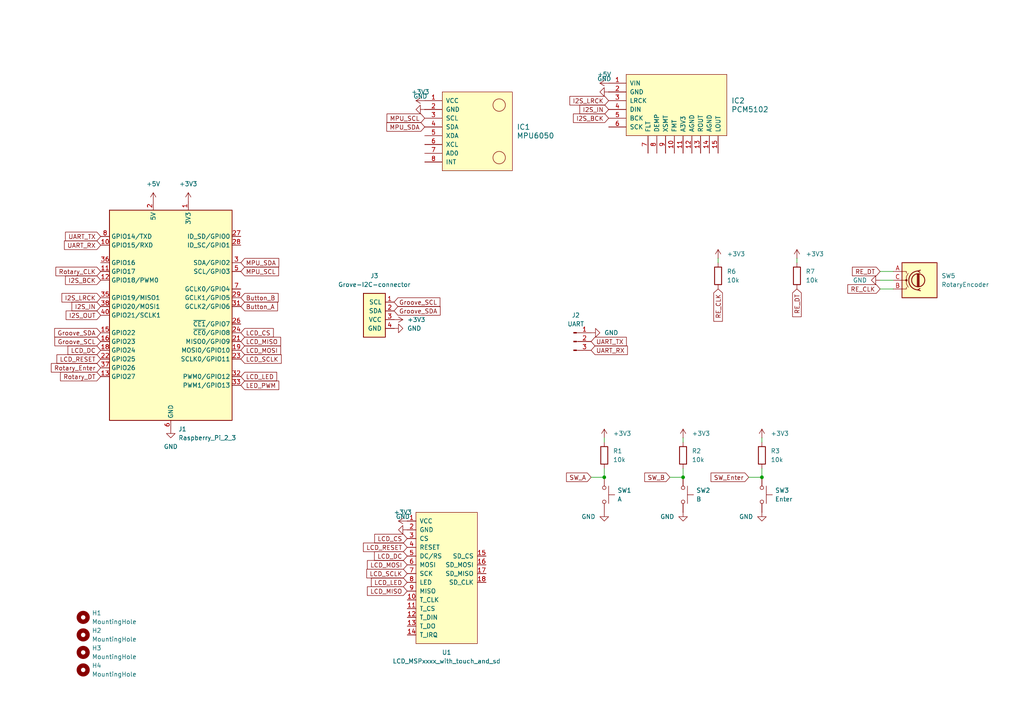
<source format=kicad_sch>
(kicad_sch (version 20231120) (generator "eeschema") (generator_version "8.0")
  (paper "A4")
  (lib_symbols
    (symbol "Connector:Conn_01x03_Pin" (pin_names (offset 1.016) hide)
      (property "Reference" "J" (at 0 5.08 0))
      (property "Value" "Conn_01x03_Pin" (at 0 -5.08 0))
      (symbol "Conn_01x03_Pin_1_1"
        (polyline (pts (xy 1.27 -2.54) (xy 0.8636 -2.54)) (stroke (width 0.1524)))
        (polyline (pts (xy 1.27 0) (xy 0.8636 0)) (stroke (width 0.1524)))
        (polyline (pts (xy 1.27 2.54) (xy 0.8636 2.54)) (stroke (width 0.1524)))
        (rectangle (start 0.8636 -2.413) (end 0 -2.667) (stroke (width 0.1524)) (fill (type outline)))
        (rectangle (start 0.8636 0.127) (end 0 -0.127) (stroke (width 0.1524)) (fill (type outline)))
        (rectangle (start 0.8636 2.667) (end 0 2.413) (stroke (width 0.1524)) (fill (type outline)))
        (pin passive line (at 5.08 2.54 180) (length 3.81) (name "Pin_1") (number "1"))
        (pin passive line (at 5.08 0 180) (length 3.81) (name "Pin_2") (number "2"))
        (pin passive line (at 5.08 -2.54 180) (length 3.81) (name "Pin_3") (number "3"))
      )
    )
    (symbol "Connector:Raspberry_Pi_2_3"
      (property "Reference" "J1" (at 2.1941 -33.02 0))
      (property "Value" "Raspberry_Pi_2_3" (at 2.1941 -35.56 0))
      (symbol "Raspberry_Pi_2_3_0_1"
        (rectangle (start -17.78 30.48) (end 17.78 -30.48) (stroke (width 0.254)) (fill (type background)))
      )
      (symbol "Raspberry_Pi_2_3_1_1"
        (pin power_in line (at 5.08 33.02 270) (length 2.54) (name "3V3") (number "1"))
        (pin bidirectional line (at -20.32 20.32 0) (length 2.54) (name "GPIO15/RXD") (number "10"))
        (pin bidirectional line (at -20.32 12.7 0) (length 2.54) (name "GPIO17") (number "11"))
        (pin bidirectional line (at -20.32 10.16 0) (length 2.54) (name "GPIO18/PWM0") (number "12"))
        (pin bidirectional line (at -20.32 -17.78 0) (length 2.54) (name "GPIO27") (number "13"))
        (pin passive line (at 0 -33.02 90) (length 2.54) hide (name "GND") (number "14"))
        (pin bidirectional line (at -20.32 -5.08 0) (length 2.54) (name "GPIO22") (number "15"))
        (pin bidirectional line (at -20.32 -7.62 0) (length 2.54) (name "GPIO23") (number "16"))
        (pin passive line (at 5.08 33.02 270) (length 2.54) hide (name "3V3") (number "17"))
        (pin bidirectional line (at -20.32 -10.16 0) (length 2.54) (name "GPIO24") (number "18"))
        (pin bidirectional line (at 20.32 -10.16 180) (length 2.54) (name "MOSI0/GPIO10") (number "19"))
        (pin power_in line (at -5.08 33.02 270) (length 2.54) (name "5V") (number "2"))
        (pin passive line (at 0 -33.02 90) (length 2.54) hide (name "GND") (number "20"))
        (pin bidirectional line (at 20.32 -7.62 180) (length 2.54) (name "MISO0/GPIO9") (number "21"))
        (pin bidirectional line (at -20.32 -12.7 0) (length 2.54) (name "GPIO25") (number "22"))
        (pin bidirectional line (at 20.32 -12.7 180) (length 2.54) (name "SCLK0/GPIO11") (number "23"))
        (pin bidirectional line (at 20.32 -5.08 180) (length 2.54) (name "~{CE0}/GPIO8") (number "24"))
        (pin passive line (at 0 -33.02 90) (length 2.54) hide (name "GND") (number "25"))
        (pin bidirectional line (at 20.32 -2.54 180) (length 2.54) (name "~{CE1}/GPIO7") (number "26"))
        (pin bidirectional line (at 20.32 22.86 180) (length 2.54) (name "ID_SD/GPIO0") (number "27"))
        (pin bidirectional line (at 20.32 20.32 180) (length 2.54) (name "ID_SC/GPIO1") (number "28"))
        (pin bidirectional line (at 20.32 5.08 180) (length 2.54) (name "GCLK1/GPIO5") (number "29"))
        (pin bidirectional line (at 20.32 15.24 180) (length 2.54) (name "SDA/GPIO2") (number "3"))
        (pin passive line (at 0 -33.02 90) (length 2.54) hide (name "GND") (number "30"))
        (pin bidirectional line (at 20.32 2.54 180) (length 2.54) (name "GCLK2/GPIO6") (number "31"))
        (pin bidirectional line (at 20.32 -17.78 180) (length 2.54) (name "PWM0/GPIO12") (number "32"))
        (pin bidirectional line (at 20.32 -20.32 180) (length 2.54) (name "PWM1/GPIO13") (number "33"))
        (pin passive line (at 0 -33.02 90) (length 2.54) hide (name "GND") (number "34"))
        (pin bidirectional line (at -20.32 5.08 0) (length 2.54) (name "GPIO19/MISO1") (number "35"))
        (pin bidirectional line (at -20.32 15.24 0) (length 2.54) (name "GPIO16") (number "36"))
        (pin bidirectional line (at -20.32 -15.24 0) (length 2.54) (name "GPIO26") (number "37"))
        (pin bidirectional line (at -20.32 2.54 0) (length 2.54) (name "GPIO20/MOSI1") (number "38"))
        (pin passive line (at 0 -33.02 90) (length 2.54) hide (name "GND") (number "39"))
        (pin passive line (at -5.08 33.02 270) (length 2.54) hide (name "5V") (number "4"))
        (pin bidirectional line (at -20.32 0 0) (length 2.54) (name "GPIO21/SCLK1") (number "40"))
        (pin bidirectional line (at 20.32 12.7 180) (length 2.54) (name "SCL/GPIO3") (number "5"))
        (pin power_in line (at 0 -33.02 90) (length 2.54) (name "GND") (number "6"))
        (pin bidirectional line (at 20.32 7.62 180) (length 2.54) (name "GCLK0/GPIO4") (number "7"))
        (pin bidirectional line (at -20.32 22.86 0) (length 2.54) (name "GPIO14/TXD") (number "8"))
        (pin passive line (at 0 -33.02 90) (length 2.54) hide (name "GND") (number "9"))
      )
    )
    (symbol "Device:R" (pin_numbers hide) (pin_names (offset 0))
      (property "Reference" "R" (at 2.032 0 90))
      (property "Value" "R" (at 0 0 90))
      (symbol "R_0_1"
        (rectangle (start -1.016 -2.54) (end 1.016 2.54) (stroke (width 0.254)))
      )
      (symbol "R_1_1"
        (pin passive line (at 0 3.81 270) (length 1.27) (name "~") (number "1"))
        (pin passive line (at 0 -3.81 90) (length 1.27) (name "~") (number "2"))
      )
    )
    (symbol "Device:RotaryEncoder" (pin_names (offset 0.254) hide)
      (property "Reference" "SW" (at 0 6.604 0))
      (property "Value" "RotaryEncoder" (at 0 -6.604 0))
      (symbol "RotaryEncoder_0_1"
        (rectangle (start -5.08 5.08) (end 5.08 -5.08) (stroke (width 0.254)) (fill (type background)))
        (circle (center -3.81 0) (radius 0.254) (fill (type outline)))
        (circle (center -0.381 0) (radius 1.905) (stroke (width 0.254)))
        (arc (start -0.381 2.667) (mid -3.0988 -0.0635) (end -0.381 -2.794) (stroke (width 0.254)))
        (polyline (pts (xy -0.635 -1.778) (xy -0.635 1.778)) (stroke (width 0.254)))
        (polyline (pts (xy -0.381 -1.778) (xy -0.381 1.778)) (stroke (width 0.254)))
        (polyline (pts (xy -0.127 1.778) (xy -0.127 -1.778)) (stroke (width 0.254)))
        (polyline (pts (xy -5.08 -2.54) (xy -3.81 -2.54) (xy -3.81 -2.032)))
        (polyline (pts (xy -5.08 2.54) (xy -3.81 2.54) (xy -3.81 2.032)))
        (polyline (pts (xy 0.254 -3.048) (xy -0.508 -2.794) (xy 0.127 -2.413)) (stroke (width 0.254)))
        (polyline (pts (xy 0.254 2.921) (xy -0.508 2.667) (xy 0.127 2.286)) (stroke (width 0.254)))
        (polyline (pts (xy -5.08 0) (xy -3.81 0) (xy -3.81 -1.016) (xy -3.302 -2.032)))
        (polyline (pts (xy -4.318 0) (xy -3.81 0) (xy -3.81 1.016) (xy -3.302 2.032)))
      )
      (symbol "RotaryEncoder_1_1"
        (pin passive line (at -7.62 2.54 0) (length 2.54) (name "A") (number "A"))
        (pin passive line (at -7.62 -2.54 0) (length 2.54) (name "B") (number "B"))
        (pin passive line (at -7.62 0 0) (length 2.54) (name "C") (number "C"))
      )
    )
    (symbol "Mechanical:MountingHole" (pin_names (offset 1.016)) (exclude_from_sim yes) (in_bom no)
      (property "Reference" "H" (at 0 5.08 0))
      (property "Value" "MountingHole" (at 0 3.175 0))
      (symbol "MountingHole_0_1"
        (circle (center 0 0) (radius 1.27) (stroke (width 1.27)))
      )
    )
    (symbol "Switch:SW_Push" (pin_numbers hide) (pin_names (offset 1.016) hide)
      (property "Reference" "SW" (at 1.27 2.54 0))
      (property "Value" "SW_Push" (at 0 -1.524 0))
      (symbol "SW_Push_0_1"
        (circle (center -2.032 0) (radius 0.508))
        (polyline (pts (xy 0 1.27) (xy 0 3.048)))
        (polyline (pts (xy 2.54 1.27) (xy -2.54 1.27)))
        (circle (center 2.032 0) (radius 0.508))
        (pin passive line (at -5.08 0 0) (length 2.54) (name "1") (number "1"))
        (pin passive line (at 5.08 0 180) (length 2.54) (name "2") (number "2"))
      )
    )
    (symbol "_Hugelton:MPU6050" (pin_names (offset 1.016))
      (property "Reference" "IC" (at 5.08 -3.81 0))
      (property "Value" "MPU6050" (at -1.27 -3.81 90))
      (symbol "MPU6050_0_1"
        (rectangle (start -11.43 -15.24) (end 8.89 7.62) (fill (type background)))
        (circle (center 5.08 -11.43) (radius 1.8034))
        (circle (center 5.08 3.81) (radius 1.8034) (fill (type background)))
      )
      (symbol "MPU6050_1_1"
        (pin power_in line (at -16.51 5.08 0) (length 5.08) (name "VCC") (number "1"))
        (pin power_in line (at -16.51 2.54 0) (length 5.08) (name "GND") (number "2"))
        (pin input line (at -16.51 0 0) (length 5.08) (name "SCL") (number "3"))
        (pin bidirectional line (at -16.51 -2.54 0) (length 5.08) (name "SDA") (number "4"))
        (pin input line (at -16.51 -5.08 0) (length 5.08) (name "XDA") (number "5"))
        (pin input line (at -16.51 -7.62 0) (length 5.08) (name "XCL") (number "6"))
        (pin input line (at -16.51 -10.16 0) (length 5.08) (name "AD0") (number "7"))
        (pin output line (at -16.51 -12.7 0) (length 5.08) (name "INT") (number "8"))
      )
    )
    (symbol "_Hugelton:PCM5102" (pin_names (offset 1.016))
      (property "Reference" "IC" (at 26.67 26.67 0))
      (property "Value" "PCM5102" (at 26.67 31.75 0))
      (symbol "PCM5102_0_1"
        (rectangle (start 6.35 34.29) (end 35.56 16.51) (fill (type background)))
      )
      (symbol "PCM5102_1_1"
        (pin power_in line (at 1.27 31.75 0) (length 5.08) (name "VIN") (number "1"))
        (pin unspecified line (at 20.32 11.43 90) (length 5.08) (name "FMT") (number "10"))
        (pin power_out line (at 22.86 11.43 90) (length 5.08) (name "A3V3") (number "11"))
        (pin power_out line (at 25.4 11.43 90) (length 5.08) (name "AGND") (number "12"))
        (pin output line (at 27.94 11.43 90) (length 5.08) (name "ROUT") (number "13"))
        (pin power_out line (at 30.48 11.43 90) (length 5.08) (name "AGND") (number "14"))
        (pin output line (at 33.02 11.43 90) (length 5.08) (name "LOUT") (number "15"))
        (pin power_in line (at 1.27 29.21 0) (length 5.08) (name "GND") (number "2"))
        (pin input line (at 1.27 26.67 0) (length 5.08) (name "LRCK") (number "3"))
        (pin input line (at 1.27 24.13 0) (length 5.08) (name "DIN") (number "4"))
        (pin input line (at 1.27 21.59 0) (length 5.08) (name "BCK") (number "5"))
        (pin input line (at 1.27 19.05 0) (length 5.08) (name "SCK") (number "6"))
        (pin unspecified line (at 12.7 11.43 90) (length 5.08) (name "FLT") (number "7"))
        (pin unspecified line (at 15.24 11.43 90) (length 5.08) (name "DEMP") (number "8"))
        (pin unspecified line (at 17.78 11.43 90) (length 5.08) (name "XSMT") (number "9"))
      )
    )
    (symbol "asukiaaa-kicad-symbols:Grove-I2C-connector" (pin_names (offset 1.016))
      (property "Reference" "J" (at 1.27 -7.62 0))
      (property "Value" "Grove-I2C-connector" (at 1.27 7.62 0))
      (symbol "Grove-I2C-connector_0_1"
        (rectangle (start -2.54 6.35) (end 3.81 -6.35) (stroke (width 0.254)) (fill (type background)))
      )
      (symbol "Grove-I2C-connector_1_1"
        (pin input line (at 6.35 3.81 180) (length 2.54) (name "SCL") (number "1"))
        (pin input line (at 6.35 1.27 180) (length 2.54) (name "SDA") (number "2"))
        (pin power_in line (at 6.35 -1.27 180) (length 2.54) (name "VCC") (number "3"))
        (pin power_in line (at 6.35 -3.81 180) (length 2.54) (name "GND") (number "4"))
      )
    )
    (symbol "asukiaaa-kicad-symbols:LCD_MSPxxxx_with_touch_and_sd" (pin_names (offset 1.016))
      (property "Reference" "U" (at 13.97 3.81 0))
      (property "Value" "LCD_MSPxxxx_with_touch_and_sd" (at 12.7 6.35 0))
      (symbol "LCD_MSPxxxx_with_touch_and_sd_0_1"
        (rectangle (start 2.54 2.54) (end 20.32 -35.56) (fill (type background)))
      )
      (symbol "LCD_MSPxxxx_with_touch_and_sd_1_1"
        (pin input line (at 0 0 0) (length 2.54) (name "VCC") (number "1"))
        (pin input line (at 0 -22.86 0) (length 2.54) (name "T_CLK") (number "10"))
        (pin input line (at 0 -25.4 0) (length 2.54) (name "T_CS") (number "11"))
        (pin input line (at 0 -27.94 0) (length 2.54) (name "T_DIN") (number "12"))
        (pin output line (at 0 -30.48 0) (length 2.54) (name "T_DO") (number "13"))
        (pin output line (at 0 -33.02 0) (length 2.54) (name "T_IRQ") (number "14"))
        (pin input line (at 22.86 -10.16 180) (length 2.54) (name "SD_CS") (number "15"))
        (pin input line (at 22.86 -12.7 180) (length 2.54) (name "SD_MOSI") (number "16"))
        (pin input line (at 22.86 -15.24 180) (length 2.54) (name "SD_MISO") (number "17"))
        (pin input line (at 22.86 -17.78 180) (length 2.54) (name "SD_CLK") (number "18"))
        (pin input line (at 0 -2.54 0) (length 2.54) (name "GND") (number "2"))
        (pin input line (at 0 -5.08 0) (length 2.54) (name "CS") (number "3"))
        (pin input line (at 0 -7.62 0) (length 2.54) (name "RESET") (number "4"))
        (pin input line (at 0 -10.16 0) (length 2.54) (name "DC/RS") (number "5"))
        (pin input line (at 0 -12.7 0) (length 2.54) (name "MOSI") (number "6"))
        (pin input line (at 0 -15.24 0) (length 2.54) (name "SCK") (number "7"))
        (pin input line (at 0 -17.78 0) (length 2.54) (name "LED") (number "8"))
        (pin output line (at 0 -20.32 0) (length 2.54) (name "MISO") (number "9"))
      )
    )
    (symbol "power:+3V3" (power) (pin_numbers hide) (pin_names (offset 0) hide)
      (property "Value" "+3V3" (at 0 3.556 0))
      (symbol "+3V3_0_1"
        (polyline (pts (xy -0.762 1.27) (xy 0 2.54)))
        (polyline (pts (xy 0 0) (xy 0 2.54)))
        (polyline (pts (xy 0 2.54) (xy 0.762 1.27)))
      )
      (symbol "+3V3_1_1"
        (pin power_in line (at 0 0 90) (length 0) (name "~") (number "1"))
      )
    )
    (symbol "power:+5V" (power) (pin_numbers hide) (pin_names (offset 0) hide)
      (property "Value" "+5V" (at 0 3.556 0))
      (symbol "+5V_0_1"
        (polyline (pts (xy -0.762 1.27) (xy 0 2.54)))
        (polyline (pts (xy 0 0) (xy 0 2.54)))
        (polyline (pts (xy 0 2.54) (xy 0.762 1.27)))
      )
      (symbol "+5V_1_1"
        (pin power_in line (at 0 0 90) (length 0) (name "~") (number "1"))
      )
    )
    (symbol "power:GND" (power) (pin_numbers hide) (pin_names (offset 0) hide)
      (property "Value" "GND" (at 0 -3.81 0))
      (symbol "GND_0_1"
        (polyline (pts (xy 0 0) (xy 0 -1.27) (xy 1.27 -1.27) (xy 0 -2.54) (xy -1.27 -1.27) (xy 0 -1.27)))
      )
      (symbol "GND_1_1"
        (pin power_in line (at 0 0 270) (length 0) (name "~") (number "1"))
      )
    )
  )
  (junction (at 175.26 138.43))
  (junction (at 220.98 138.43))
  (junction (at 198.12 138.43))
  (wire (pts (xy 194.31 138.43) (xy 198.12 138.43)))
  (wire (pts (xy 198.12 138.43) (xy 198.12 135.89)))
  (wire (pts (xy 175.26 127) (xy 175.26 128.27)))
  (wire (pts (xy 175.26 138.43) (xy 175.26 135.89)))
  (wire (pts (xy 255.27 78.74) (xy 259.08 78.74)))
  (wire (pts (xy 198.12 127) (xy 198.12 128.27)))
  (wire (pts (xy 171.45 138.43) (xy 175.26 138.43)))
  (wire (pts (xy 220.98 138.43) (xy 220.98 135.89)))
  (wire (pts (xy 255.27 83.82) (xy 259.08 83.82)))
  (wire (pts (xy 255.27 81.28) (xy 259.08 81.28)))
  (wire (pts (xy 220.98 127) (xy 220.98 128.27)))
  (wire (pts (xy 217.17 138.43) (xy 220.98 138.43)))
  (wire (pts (xy 208.28 74.93) (xy 208.28 76.2)))
  (wire (pts (xy 231.14 74.93) (xy 231.14 76.2)))
  (global_label "RE_CLK" (shape input) (at 208.28 83.82 270) (property "Intersheetrefs" "${INTERSHEET_REFS}" (effects (hide yes))))
  (global_label "LCD_SCLK" (shape input) (at 69.85 104.14 0) (property "Intersheetrefs" "${INTERSHEET_REFS}" (effects (hide yes))))
  (global_label "I2S_IN" (shape input) (at 176.53 31.75 180) (property "Intersheetrefs" "${INTERSHEET_REFS}" (effects (hide yes))))
  (global_label "Rotary_CLK" (shape input) (at 29.21 78.74 180) (property "Intersheetrefs" "${INTERSHEET_REFS}" (effects (hide yes))))
  (global_label "LCD_RESET" (shape input) (at 29.21 104.14 180) (property "Intersheetrefs" "${INTERSHEET_REFS}" (effects (hide yes))))
  (global_label "Rotary_DT" (shape input) (at 29.21 109.22 180) (property "Intersheetrefs" "${INTERSHEET_REFS}" (effects (hide yes))))
  (global_label "I2S_BCK" (shape input) (at 176.53 34.29 180) (property "Intersheetrefs" "${INTERSHEET_REFS}" (effects (hide yes))))
  (global_label "LCD_LED" (shape input) (at 118.11 168.91 180) (property "Intersheetrefs" "${INTERSHEET_REFS}" (effects (hide yes))))
  (global_label "RE_DT" (shape input) (at 231.14 83.82 270) (property "Intersheetrefs" "${INTERSHEET_REFS}" (effects (hide yes))))
  (global_label "LCD_CS" (shape input) (at 118.11 156.21 180) (property "Intersheetrefs" "${INTERSHEET_REFS}" (effects (hide yes))))
  (global_label "Groove_SCL" (shape input) (at 29.21 99.06 180) (property "Intersheetrefs" "${INTERSHEET_REFS}" (effects (hide yes))))
  (global_label "LCD_MOSI" (shape input) (at 69.85 101.6 0) (property "Intersheetrefs" "${INTERSHEET_REFS}" (effects (hide yes))))
  (global_label "SW_Enter" (shape input) (at 217.17 138.43 180) (property "Intersheetrefs" "${INTERSHEET_REFS}" (effects (hide yes))))
  (global_label "LCD_MISO" (shape input) (at 69.85 99.06 0) (property "Intersheetrefs" "${INTERSHEET_REFS}" (effects (hide yes))))
  (global_label "MPU_SDA" (shape input) (at 123.19 36.83 180) (property "Intersheetrefs" "${INTERSHEET_REFS}" (effects (hide yes))))
  (global_label "LED_PWM" (shape input) (at 69.85 111.76 0) (property "Intersheetrefs" "${INTERSHEET_REFS}" (effects (hide yes))))
  (global_label "LCD_DC" (shape input) (at 118.11 161.29 180) (property "Intersheetrefs" "${INTERSHEET_REFS}" (effects (hide yes))))
  (global_label "UART_RX" (shape input) (at 29.21 71.12 180) (property "Intersheetrefs" "${INTERSHEET_REFS}" (effects (hide yes))))
  (global_label "I2S_IN" (shape input) (at 29.21 88.9 180) (property "Intersheetrefs" "${INTERSHEET_REFS}" (effects (hide yes))))
  (global_label "Button_B" (shape input) (at 69.85 86.36 0) (property "Intersheetrefs" "${INTERSHEET_REFS}" (effects (hide yes))))
  (global_label "I2S_BCK" (shape input) (at 29.21 81.28 180) (property "Intersheetrefs" "${INTERSHEET_REFS}" (effects (hide yes))))
  (global_label "RE_DT" (shape input) (at 255.27 78.74 180) (property "Intersheetrefs" "${INTERSHEET_REFS}" (effects (hide yes))))
  (global_label "Groove_SCL" (shape input) (at 114.3 87.63 0) (property "Intersheetrefs" "${INTERSHEET_REFS}" (effects (hide yes))))
  (global_label "Groove_SDA" (shape input) (at 29.21 96.52 180) (property "Intersheetrefs" "${INTERSHEET_REFS}" (effects (hide yes))))
  (global_label "I2S_LRCK" (shape input) (at 176.53 29.21 180) (property "Intersheetrefs" "${INTERSHEET_REFS}" (effects (hide yes))))
  (global_label "LCD_RESET" (shape input) (at 118.11 158.75 180) (property "Intersheetrefs" "${INTERSHEET_REFS}" (effects (hide yes))))
  (global_label "LCD_MOSI" (shape input) (at 118.11 163.83 180) (property "Intersheetrefs" "${INTERSHEET_REFS}" (effects (hide yes))))
  (global_label "UART_RX" (shape input) (at 171.45 101.6 0) (property "Intersheetrefs" "${INTERSHEET_REFS}" (effects (hide yes))))
  (global_label "MPU_SDA" (shape input) (at 69.85 76.2 0) (property "Intersheetrefs" "${INTERSHEET_REFS}" (effects (hide yes))))
  (global_label "I2S_OUT" (shape input) (at 29.21 91.44 180) (property "Intersheetrefs" "${INTERSHEET_REFS}" (effects (hide yes))))
  (global_label "LCD_LED" (shape input) (at 69.85 109.22 0) (property "Intersheetrefs" "${INTERSHEET_REFS}" (effects (hide yes))))
  (global_label "I2S_LRCK" (shape input) (at 29.21 86.36 180) (property "Intersheetrefs" "${INTERSHEET_REFS}" (effects (hide yes))))
  (global_label "Button_A" (shape input) (at 69.85 88.9 0) (property "Intersheetrefs" "${INTERSHEET_REFS}" (effects (hide yes))))
  (global_label "LCD_CS" (shape input) (at 69.85 96.52 0) (property "Intersheetrefs" "${INTERSHEET_REFS}" (effects (hide yes))))
  (global_label "LCD_MISO" (shape input) (at 118.11 171.45 180) (property "Intersheetrefs" "${INTERSHEET_REFS}" (effects (hide yes))))
  (global_label "UART_TX" (shape input) (at 29.21 68.58 180) (property "Intersheetrefs" "${INTERSHEET_REFS}" (effects (hide yes))))
  (global_label "MPU_SCL" (shape input) (at 123.19 34.29 180) (property "Intersheetrefs" "${INTERSHEET_REFS}" (effects (hide yes))))
  (global_label "LCD_DC" (shape input) (at 29.21 101.6 180) (property "Intersheetrefs" "${INTERSHEET_REFS}" (effects (hide yes))))
  (global_label "Groove_SDA" (shape input) (at 114.3 90.17 0) (property "Intersheetrefs" "${INTERSHEET_REFS}" (effects (hide yes))))
  (global_label "LCD_SCLK" (shape input) (at 118.11 166.37 180) (property "Intersheetrefs" "${INTERSHEET_REFS}" (effects (hide yes))))
  (global_label "Rotary_Enter" (shape input) (at 29.21 106.68 180) (property "Intersheetrefs" "${INTERSHEET_REFS}" (effects (hide yes))))
  (global_label "RE_CLK" (shape input) (at 255.27 83.82 180) (property "Intersheetrefs" "${INTERSHEET_REFS}" (effects (hide yes))))
  (global_label "MPU_SCL" (shape input) (at 69.85 78.74 0) (property "Intersheetrefs" "${INTERSHEET_REFS}" (effects (hide yes))))
  (global_label "UART_TX" (shape input) (at 171.45 99.06 0) (property "Intersheetrefs" "${INTERSHEET_REFS}" (effects (hide yes))))
  (global_label "SW_B" (shape input) (at 194.31 138.43 180) (property "Intersheetrefs" "${INTERSHEET_REFS}" (effects (hide yes))))
  (global_label "SW_A" (shape input) (at 171.45 138.43 180) (property "Intersheetrefs" "${INTERSHEET_REFS}" (effects (hide yes))))
  (symbol (lib_id "Device:R") (at 220.98 132.08 0) (unit 1)
    (property "Reference" "R3" (at 223.52 130.8099 0) (effects (justify left)))
    (property "Value" "10k" (at 223.52 133.3499 0) (effects (justify left)))
    (property "Footprint" "Resistor_THT:R_Axial_DIN0207_L6.3mm_D2.5mm_P10.16mm_Horizontal" (effects (hide yes)))
    (property "Description" "Resistor" (effects (hide yes)))
  )
  (symbol (lib_id "power:+5V") (at 44.45 58.42 0) (unit 1)
    (property "Reference" "#PWR01" (effects (hide yes)))
    (property "Value" "+5V" (at 44.45 53.34 0))
    (property "Description" "Power symbol creates a global label with name \"+5V\"" (effects (hide yes)))
  )
  (symbol (lib_id "power:GND") (at 171.45 96.52 90) (mirror x) (unit 1)
    (property "Reference" "#PWR021" (effects (hide yes)))
    (property "Value" "GND" (at 175.26 96.5201 90) (effects (justify right)))
    (property "Description" "Power symbol creates a global label with name \"GND\" , ground" (effects (hide yes)))
  )
  (symbol (lib_id "power:+5V") (at 176.53 24.13 90) (unit 1)
    (property "Reference" "#PWR017" (effects (hide yes)))
    (property "Value" "+5V" (at 175.26 21.59 90))
    (property "Description" "Power symbol creates a global label with name \"+5V\"" (effects (hide yes)))
  )
  (symbol (lib_id "Device:RotaryEncoder") (at 266.7 81.28 0) (unit 1)
    (property "Reference" "SW5" (at 273.05 80.0099 0) (effects (justify left)))
    (property "Value" "RotaryEncoder" (at 273.05 82.5499 0) (effects (justify left)))
    (property "Footprint" "Rotary_Encoder:RotaryEncoder_Alps_EC12E_Vertical_H20mm" (effects (hide yes)))
    (property "Description" "Rotary encoder, dual channel, incremental quadrate outputs" (effects (hide yes)))
  )
  (symbol (lib_id "power:+3V3") (at 231.14 74.93 0) (unit 1)
    (property "Reference" "#PWR029" (effects (hide yes)))
    (property "Value" "+3V3" (at 233.68 73.6599 0) (effects (justify left)))
    (property "Description" "Power symbol creates a global label with name \"+3V3\"" (effects (hide yes)))
  )
  (symbol (lib_id "power:+3V3") (at 118.11 151.13 90) (unit 1)
    (property "Reference" "#PWR014" (effects (hide yes)))
    (property "Value" "+3V3" (at 116.84 148.59 90))
    (property "Description" "Power symbol creates a global label with name \"+3V3\"" (effects (hide yes)))
  )
  (symbol (lib_id "Mechanical:MountingHole") (at 24.13 189.23 0) (unit 1) (exclude_from_sim yes) (in_bom no)
    (property "Reference" "H3" (at 26.67 187.9599 0) (effects (justify left)))
    (property "Value" "MountingHole" (at 26.67 190.4999 0) (effects (justify left)))
    (property "Footprint" "Mounting_Wuerth:Mounting_Wuerth_WA-SMSI-M2_H1mm_9774010243" (effects (hide yes)))
    (property "Description" "Mounting Hole without connection" (effects (hide yes)))
  )
  (symbol (lib_id "Mechanical:MountingHole") (at 24.13 179.07 0) (unit 1) (exclude_from_sim yes) (in_bom no)
    (property "Reference" "H1" (at 26.67 177.7999 0) (effects (justify left)))
    (property "Value" "MountingHole" (at 26.67 180.3399 0) (effects (justify left)))
    (property "Footprint" "Mounting_Wuerth:Mounting_Wuerth_WA-SMSI-M2_H1mm_9774010243" (effects (hide yes)))
    (property "Description" "Mounting Hole without connection" (effects (hide yes)))
  )
  (symbol (lib_id "Device:R") (at 175.26 132.08 0) (unit 1)
    (property "Reference" "R1" (at 177.8 130.8099 0) (effects (justify left)))
    (property "Value" "10k" (at 177.8 133.3499 0) (effects (justify left)))
    (property "Footprint" "Resistor_THT:R_Axial_DIN0207_L6.3mm_D2.5mm_P10.16mm_Horizontal" (effects (hide yes)))
    (property "Description" "Resistor" (effects (hide yes)))
  )
  (symbol (lib_id "Connector:Raspberry_Pi_2_3") (at 49.53 91.44 0) (unit 1)
    (property "Reference" "J1" (at 51.7241 124.46 0) (effects (justify left)))
    (property "Value" "Raspberry_Pi_2_3" (at 51.7241 127 0) (effects (justify left)))
    (property "Footprint" "Module:Raspberry_Pi_Header" (effects (hide yes)))
    (property "Datasheet" "https://www.raspberrypi.org/documentation/hardware/raspberrypi/schematics/rpi_SCH_3bplus_1p0_reduced.pdf" (effects (hide yes)))
    (property "Description" "expansion header for Raspberry Pi 2 & 3" (effects (hide yes)))
  )
  (symbol (lib_id "power:GND") (at 123.19 31.75 270) (unit 1)
    (property "Reference" "#PWR016" (effects (hide yes)))
    (property "Value" "GND" (at 121.92 27.94 90))
    (property "Description" "Power symbol creates a global label with name \"GND\" , ground" (effects (hide yes)))
  )
  (symbol (lib_id "Device:R") (at 231.14 80.01 0) (unit 1)
    (property "Reference" "R7" (at 233.68 78.7399 0) (effects (justify left)))
    (property "Value" "10k" (at 233.68 81.2799 0) (effects (justify left)))
    (property "Footprint" "Resistor_THT:R_Axial_DIN0207_L6.3mm_D2.5mm_P10.16mm_Horizontal" (effects (hide yes)))
    (property "Description" "Resistor" (effects (hide yes)))
  )
  (symbol (lib_id "power:+3V3") (at 123.19 29.21 90) (unit 1)
    (property "Reference" "#PWR015" (effects (hide yes)))
    (property "Value" "+3V3" (at 121.92 26.67 90))
    (property "Description" "Power symbol creates a global label with name \"+3V3\"" (effects (hide yes)))
  )
  (symbol (lib_id "Connector:Conn_01x03_Pin") (at 166.37 99.06 0) (unit 1)
    (property "Reference" "J2" (at 167.005 91.44 0))
    (property "Value" "UART" (at 167.005 93.98 0))
    (property "Footprint" "Connector_PinSocket_2.54mm:PinSocket_1x03_P2.54mm_Horizontal" (effects (hide yes)))
    (property "Description" "Generic connector, single row, 01x03, script generated" (effects (hide yes)))
  )
  (symbol (lib_id "power:GND") (at 220.98 148.59 0) (unit 1)
    (property "Reference" "#PWR013" (effects (hide yes)))
    (property "Value" "GND" (at 218.44 149.8599 0) (effects (justify right)))
    (property "Description" "Power symbol creates a global label with name \"GND\" , ground" (effects (hide yes)))
  )
  (symbol (lib_id "asukiaaa-kicad-symbols:Grove-I2C-connector") (at 107.95 91.44 0) (unit 1)
    (property "Reference" "J3" (at 108.585 80.01 0))
    (property "Value" "Grove-I2C-connector" (at 108.585 82.55 0))
    (property "Footprint" "Connector:NS-Tech_Grove_1x04_P2mm_Vertical" (effects (hide yes)))
  )
  (symbol (lib_id "power:+3V3") (at 114.3 92.71 270) (unit 1)
    (property "Reference" "#PWR019" (effects (hide yes)))
    (property "Value" "+3V3" (at 118.11 92.7099 90) (effects (justify left)))
    (property "Description" "Power symbol creates a global label with name \"+3V3\"" (effects (hide yes)))
  )
  (symbol (lib_id "Device:R") (at 208.28 80.01 0) (unit 1)
    (property "Reference" "R6" (at 210.82 78.7399 0) (effects (justify left)))
    (property "Value" "10k" (at 210.82 81.2799 0) (effects (justify left)))
    (property "Footprint" "Resistor_THT:R_Axial_DIN0207_L6.3mm_D2.5mm_P10.16mm_Horizontal" (effects (hide yes)))
    (property "Description" "Resistor" (effects (hide yes)))
  )
  (symbol (lib_id "power:GND") (at 176.53 26.67 270) (unit 1)
    (property "Reference" "#PWR018" (effects (hide yes)))
    (property "Value" "GND" (at 175.26 22.86 90))
    (property "Description" "Power symbol creates a global label with name \"GND\" , ground" (effects (hide yes)))
  )
  (symbol (lib_id "Mechanical:MountingHole") (at 24.13 184.15 0) (unit 1) (exclude_from_sim yes) (in_bom no)
    (property "Reference" "H2" (at 26.67 182.8799 0) (effects (justify left)))
    (property "Value" "MountingHole" (at 26.67 185.4199 0) (effects (justify left)))
    (property "Footprint" "Mounting_Wuerth:Mounting_Wuerth_WA-SMSI-M2_H1mm_9774010243" (effects (hide yes)))
    (property "Description" "Mounting Hole without connection" (effects (hide yes)))
  )
  (symbol (lib_id "power:GND") (at 114.3 95.25 90) (unit 1)
    (property "Reference" "#PWR020" (effects (hide yes)))
    (property "Value" "GND" (at 118.11 95.2499 90) (effects (justify right)))
    (property "Description" "Power symbol creates a global label with name \"GND\" , ground" (effects (hide yes)))
  )
  (symbol (lib_id "Switch:SW_Push") (at 220.98 143.51 270) (unit 1)
    (property "Reference" "SW3" (at 224.79 142.2399 90) (effects (justify left)))
    (property "Value" "Enter" (at 224.79 144.7799 90) (effects (justify left)))
    (property "Footprint" "Button_Switch_Keyboard:SW_Redragon_LowProfile_PCB_1.00u" (effects (hide yes)))
    (property "Description" "Push button switch, generic, two pins" (effects (hide yes)))
  )
  (symbol (lib_id "Mechanical:MountingHole") (at 24.13 194.31 0) (unit 1) (exclude_from_sim yes) (in_bom no)
    (property "Reference" "H4" (at 26.67 193.0399 0) (effects (justify left)))
    (property "Value" "MountingHole" (at 26.67 195.5799 0) (effects (justify left)))
    (property "Footprint" "Mounting_Wuerth:Mounting_Wuerth_WA-SMSI-M2_H1mm_9774010243" (effects (hide yes)))
    (property "Description" "Mounting Hole without connection" (effects (hide yes)))
  )
  (symbol (lib_id "power:GND") (at 198.12 148.59 0) (unit 1)
    (property "Reference" "#PWR012" (effects (hide yes)))
    (property "Value" "GND" (at 195.58 149.8599 0) (effects (justify right)))
    (property "Description" "Power symbol creates a global label with name \"GND\" , ground" (effects (hide yes)))
  )
  (symbol (lib_id "_Hugelton:PCM5102") (at 175.26 55.88 0) (unit 1)
    (property "Reference" "IC2" (at 212.09 29.2099 0) (effects (font (size 1.524 1.524)) (justify left)))
    (property "Value" "PCM5102" (at 212.09 31.7499 0) (effects (font (size 1.524 1.524)) (justify left)))
    (property "Footprint" "_Hugelton:PCM5102_flipped" (effects (hide yes)))
  )
  (symbol (lib_id "power:GND") (at 118.11 153.67 270) (unit 1)
    (property "Reference" "#PWR010" (effects (hide yes)))
    (property "Value" "GND" (at 116.84 149.86 90))
    (property "Description" "Power symbol creates a global label with name \"GND\" , ground" (effects (hide yes)))
  )
  (symbol (lib_id "power:GND") (at 255.27 81.28 270) (mirror x) (unit 1)
    (property "Reference" "#PWR07" (effects (hide yes)))
    (property "Value" "GND" (at 251.46 81.2799 90) (effects (justify right)))
    (property "Description" "Power symbol creates a global label with name \"GND\" , ground" (effects (hide yes)))
  )
  (symbol (lib_id "power:+3V3") (at 208.28 74.93 0) (unit 1)
    (property "Reference" "#PWR028" (effects (hide yes)))
    (property "Value" "+3V3" (at 210.82 73.6599 0) (effects (justify left)))
    (property "Description" "Power symbol creates a global label with name \"+3V3\"" (effects (hide yes)))
  )
  (symbol (lib_id "power:+3V3") (at 175.26 127 0) (unit 1)
    (property "Reference" "#PWR04" (effects (hide yes)))
    (property "Value" "+3V3" (at 177.8 125.7299 0) (effects (justify left)))
    (property "Description" "Power symbol creates a global label with name \"+3V3\"" (effects (hide yes)))
  )
  (symbol (lib_id "asukiaaa-kicad-symbols:LCD_MSPxxxx_with_touch_and_sd") (at 118.11 151.13 0) (unit 1)
    (property "Reference" "U1" (at 129.54 189.23 0))
    (property "Value" "LCD_MSPxxxx_with_touch_and_sd" (at 129.54 191.77 0))
    (property "Footprint" "_Hugelton:ili9341_2.4inch" (effects (hide yes)))
    (property "Datasheet" "http://www.lcdwiki.com/3.2inch_SPI_Module_ILI9341_SKU:MSP3218" (effects (hide yes)))
  )
  (symbol (lib_id "power:+3V3") (at 198.12 127 0) (unit 1)
    (property "Reference" "#PWR05" (effects (hide yes)))
    (property "Value" "+3V3" (at 200.66 125.7299 0) (effects (justify left)))
    (property "Description" "Power symbol creates a global label with name \"+3V3\"" (effects (hide yes)))
  )
  (symbol (lib_id "_Hugelton:MPU6050") (at 139.7 34.29 0) (unit 1)
    (property "Reference" "IC1" (at 149.86 36.8299 0) (effects (font (size 1.524 1.524)) (justify left)))
    (property "Value" "MPU6050" (at 149.86 39.3699 0) (effects (font (size 1.524 1.524)) (justify left)))
    (property "Footprint" "_Hugelton:MPU6050" (effects (hide yes)))
  )
  (symbol (lib_id "power:GND") (at 175.26 148.59 0) (unit 1)
    (property "Reference" "#PWR011" (effects (hide yes)))
    (property "Value" "GND" (at 172.72 149.8599 0) (effects (justify right)))
    (property "Description" "Power symbol creates a global label with name \"GND\" , ground" (effects (hide yes)))
  )
  (symbol (lib_id "Device:R") (at 198.12 132.08 0) (unit 1)
    (property "Reference" "R2" (at 200.66 130.8099 0) (effects (justify left)))
    (property "Value" "10k" (at 200.66 133.3499 0) (effects (justify left)))
    (property "Footprint" "Resistor_THT:R_Axial_DIN0207_L6.3mm_D2.5mm_P10.16mm_Horizontal" (effects (hide yes)))
    (property "Description" "Resistor" (effects (hide yes)))
  )
  (symbol (lib_id "Switch:SW_Push") (at 198.12 143.51 270) (unit 1)
    (property "Reference" "SW2" (at 201.93 142.2399 90) (effects (justify left)))
    (property "Value" "B" (at 201.93 144.7799 90) (effects (justify left)))
    (property "Footprint" "Button_Switch_Keyboard:SW_Redragon_LowProfile_PCB_1.00u" (effects (hide yes)))
    (property "Description" "Push button switch, generic, two pins" (effects (hide yes)))
  )
  (symbol (lib_id "power:+3V3") (at 220.98 127 0) (unit 1)
    (property "Reference" "#PWR06" (effects (hide yes)))
    (property "Value" "+3V3" (at 223.52 125.7299 0) (effects (justify left)))
    (property "Description" "Power symbol creates a global label with name \"+3V3\"" (effects (hide yes)))
  )
  (symbol (lib_id "power:GND") (at 49.53 124.46 0) (unit 1)
    (property "Reference" "#PWR03" (effects (hide yes)))
    (property "Value" "GND" (at 49.53 129.54 0))
    (property "Description" "Power symbol creates a global label with name \"GND\" , ground" (effects (hide yes)))
  )
  (symbol (lib_id "power:+3V3") (at 54.61 58.42 0) (unit 1)
    (property "Reference" "#PWR02" (effects (hide yes)))
    (property "Value" "+3V3" (at 54.61 53.34 0))
    (property "Description" "Power symbol creates a global label with name \"+3V3\"" (effects (hide yes)))
  )
  (symbol (lib_id "Switch:SW_Push") (at 175.26 143.51 270) (unit 1)
    (property "Reference" "SW1" (at 179.07 142.2399 90) (effects (justify left)))
    (property "Value" "A" (at 179.07 144.7799 90) (effects (justify left)))
    (property "Footprint" "Button_Switch_Keyboard:SW_Redragon_LowProfile_PCB_1.00u" (effects (hide yes)))
    (property "Description" "Push button switch, generic, two pins" (effects (hide yes)))
  )
)
</source>
